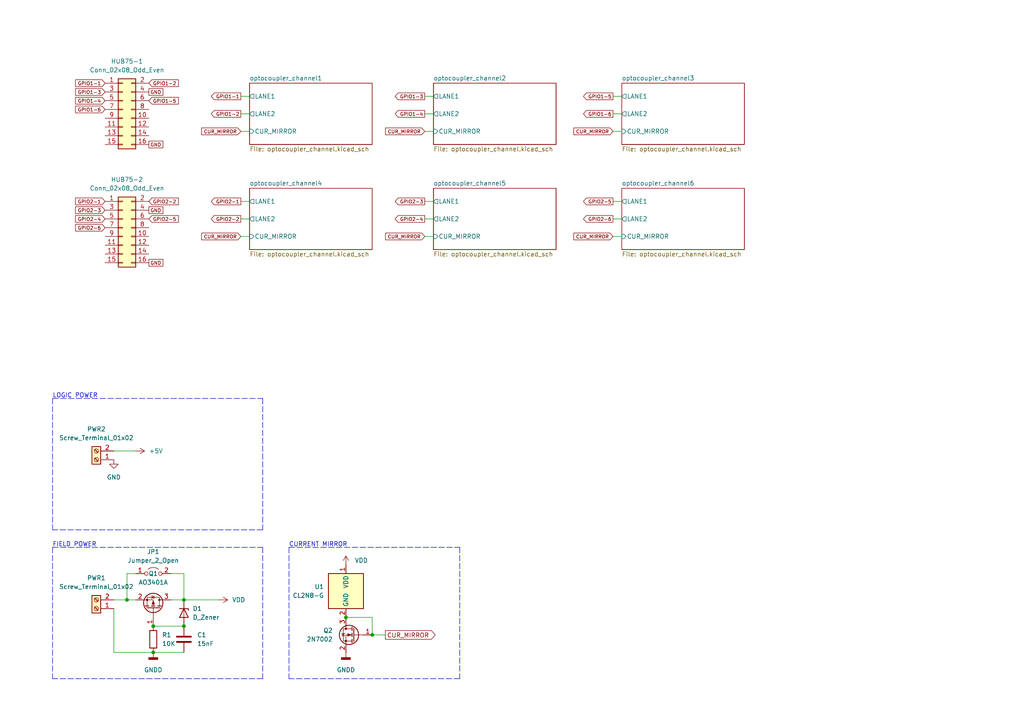
<source format=kicad_sch>
(kicad_sch (version 20211123) (generator eeschema)
  (paper "A4")
  (lib_symbols
    (symbol "Connector:Screw_Terminal_01x02" (pin_names (offset 1.016) hide)
      (property "Reference" "J" (at 0 2.54 0))
      (property "Value" "Screw_Terminal_01x02" (at 0 -5.08 0))
      (symbol "Screw_Terminal_01x02_1_1"
        (rectangle (start -1.27 1.27) (end 1.27 -3.81) (stroke (width 0.254)) (fill (type background)))
        (circle (center 0 -2.54) (radius 0.635) (stroke (width 0.1524)))
        (polyline (pts (xy -0.5334 -2.2098) (xy 0.3302 -3.048)) (stroke (width 0.1524)))
        (polyline (pts (xy -0.5334 0.3302) (xy 0.3302 -0.508)) (stroke (width 0.1524)))
        (polyline (pts (xy -0.3556 -2.032) (xy 0.508 -2.8702)) (stroke (width 0.1524)))
        (polyline (pts (xy -0.3556 0.508) (xy 0.508 -0.3302)) (stroke (width 0.1524)))
        (circle (center 0 0) (radius 0.635) (stroke (width 0.1524)))
        (pin passive line (at -5.08 0 0) (length 3.81) (name "Pin_1") (number "1"))
        (pin passive line (at -5.08 -2.54 0) (length 3.81) (name "Pin_2") (number "2"))
      )
    )
    (symbol "Connector_Generic:Conn_02x08_Odd_Even" (pin_names (offset 1.016) hide)
      (property "Reference" "J" (at 1.27 10.16 0))
      (property "Value" "Conn_02x08_Odd_Even" (at 1.27 -12.7 0))
      (symbol "Conn_02x08_Odd_Even_1_1"
        (rectangle (start -1.27 -10.033) (end 0 -10.287) (stroke (width 0.1524)))
        (rectangle (start -1.27 -7.493) (end 0 -7.747) (stroke (width 0.1524)))
        (rectangle (start -1.27 -4.953) (end 0 -5.207) (stroke (width 0.1524)))
        (rectangle (start -1.27 -2.413) (end 0 -2.667) (stroke (width 0.1524)))
        (rectangle (start -1.27 0.127) (end 0 -0.127) (stroke (width 0.1524)))
        (rectangle (start -1.27 2.667) (end 0 2.413) (stroke (width 0.1524)))
        (rectangle (start -1.27 5.207) (end 0 4.953) (stroke (width 0.1524)))
        (rectangle (start -1.27 7.747) (end 0 7.493) (stroke (width 0.1524)))
        (rectangle (start -1.27 8.89) (end 3.81 -11.43) (stroke (width 0.254)) (fill (type background)))
        (rectangle (start 3.81 -10.033) (end 2.54 -10.287) (stroke (width 0.1524)))
        (rectangle (start 3.81 -7.493) (end 2.54 -7.747) (stroke (width 0.1524)))
        (rectangle (start 3.81 -4.953) (end 2.54 -5.207) (stroke (width 0.1524)))
        (rectangle (start 3.81 -2.413) (end 2.54 -2.667) (stroke (width 0.1524)))
        (rectangle (start 3.81 0.127) (end 2.54 -0.127) (stroke (width 0.1524)))
        (rectangle (start 3.81 2.667) (end 2.54 2.413) (stroke (width 0.1524)))
        (rectangle (start 3.81 5.207) (end 2.54 4.953) (stroke (width 0.1524)))
        (rectangle (start 3.81 7.747) (end 2.54 7.493) (stroke (width 0.1524)))
        (pin passive line (at -5.08 7.62 0) (length 3.81) (name "Pin_1") (number "1"))
        (pin passive line (at 7.62 -2.54 180) (length 3.81) (name "Pin_10") (number "10"))
        (pin passive line (at -5.08 -5.08 0) (length 3.81) (name "Pin_11") (number "11"))
        (pin passive line (at 7.62 -5.08 180) (length 3.81) (name "Pin_12") (number "12"))
        (pin passive line (at -5.08 -7.62 0) (length 3.81) (name "Pin_13") (number "13"))
        (pin passive line (at 7.62 -7.62 180) (length 3.81) (name "Pin_14") (number "14"))
        (pin passive line (at -5.08 -10.16 0) (length 3.81) (name "Pin_15") (number "15"))
        (pin passive line (at 7.62 -10.16 180) (length 3.81) (name "Pin_16") (number "16"))
        (pin passive line (at 7.62 7.62 180) (length 3.81) (name "Pin_2") (number "2"))
        (pin passive line (at -5.08 5.08 0) (length 3.81) (name "Pin_3") (number "3"))
        (pin passive line (at 7.62 5.08 180) (length 3.81) (name "Pin_4") (number "4"))
        (pin passive line (at -5.08 2.54 0) (length 3.81) (name "Pin_5") (number "5"))
        (pin passive line (at 7.62 2.54 180) (length 3.81) (name "Pin_6") (number "6"))
        (pin passive line (at -5.08 0 0) (length 3.81) (name "Pin_7") (number "7"))
        (pin passive line (at 7.62 0 180) (length 3.81) (name "Pin_8") (number "8"))
        (pin passive line (at -5.08 -2.54 0) (length 3.81) (name "Pin_9") (number "9"))
      )
    )
    (symbol "Device:C" (pin_numbers hide) (pin_names (offset 0.254))
      (property "Reference" "C" (at 0.635 2.54 0))
      (property "Value" "C" (at 0.635 -2.54 0))
      (symbol "C_0_1"
        (polyline (pts (xy -2.032 -0.762) (xy 2.032 -0.762)) (stroke (width 0.508)))
        (polyline (pts (xy -2.032 0.762) (xy 2.032 0.762)) (stroke (width 0.508)))
      )
      (symbol "C_1_1"
        (pin passive line (at 0 3.81 270) (length 2.794) (name "~") (number "1"))
        (pin passive line (at 0 -3.81 90) (length 2.794) (name "~") (number "2"))
      )
    )
    (symbol "Device:D_Zener" (pin_numbers hide) (pin_names (offset 1.016) hide)
      (property "Reference" "D" (at 0 2.54 0))
      (property "Value" "D_Zener" (at 0 -2.54 0))
      (symbol "D_Zener_0_1"
        (polyline (pts (xy 1.27 0) (xy -1.27 0)))
        (polyline (pts (xy -1.27 -1.27) (xy -1.27 1.27) (xy -0.762 1.27)) (stroke (width 0.254)))
        (polyline (pts (xy 1.27 -1.27) (xy 1.27 1.27) (xy -1.27 0) (xy 1.27 -1.27)) (stroke (width 0.254)))
      )
      (symbol "D_Zener_1_1"
        (pin passive line (at -3.81 0 0) (length 2.54) (name "K") (number "1"))
        (pin passive line (at 3.81 0 180) (length 2.54) (name "A") (number "2"))
      )
    )
    (symbol "Device:R" (pin_numbers hide) (pin_names (offset 0))
      (property "Reference" "R" (at 2.032 0 90))
      (property "Value" "R" (at 0 0 90))
      (symbol "R_0_1"
        (rectangle (start -1.016 -2.54) (end 1.016 2.54) (stroke (width 0.254)))
      )
      (symbol "R_1_1"
        (pin passive line (at 0 3.81 270) (length 1.27) (name "~") (number "1"))
        (pin passive line (at 0 -3.81 90) (length 1.27) (name "~") (number "2"))
      )
    )
    (symbol "Driver_LED:HV9921N8-G"
      (property "Reference" "U2" (at -6.35 1.2701 0))
      (property "Value" "HV9921N8-G" (at -6.35 -1.2699 0))
      (symbol "HV9921N8-G_0_1"
        (rectangle (start -5.08 5.08) (end 5.08 -5.08) (stroke (width 0.254)) (fill (type background)))
      )
      (symbol "HV9921N8-G_1_1"
        (pin output line (at 0 7.62 270) (length 2.54) (name "VDD") (number "1"))
        (pin power_in line (at 0 -7.62 90) (length 2.54) (name "GND") (number "2"))
      )
    )
    (symbol "Jumper:Jumper_2_Open" (pin_names (offset 0) hide)
      (property "Reference" "JP" (at 0 2.794 0))
      (property "Value" "Jumper_2_Open" (at 0 -2.286 0))
      (symbol "Jumper_2_Open_0_0"
        (circle (center -2.032 0) (radius 0.508))
        (circle (center 2.032 0) (radius 0.508))
      )
      (symbol "Jumper_2_Open_0_1"
        (arc (start 1.524 1.27) (mid 0 1.778) (end -1.524 1.27))
      )
      (symbol "Jumper_2_Open_1_1"
        (pin passive line (at -5.08 0 0) (length 2.54) (name "A") (number "1"))
        (pin passive line (at 5.08 0 180) (length 2.54) (name "B") (number "2"))
      )
    )
    (symbol "Transistor_FET:2N7002" (pin_names hide)
      (property "Reference" "Q" (at 5.08 1.905 0))
      (property "Value" "2N7002" (at 5.08 0 0))
      (symbol "2N7002_0_1"
        (polyline (pts (xy 0.254 0) (xy -2.54 0)))
        (polyline (pts (xy 0.254 1.905) (xy 0.254 -1.905)) (stroke (width 0.254)))
        (polyline (pts (xy 0.762 -1.27) (xy 0.762 -2.286)) (stroke (width 0.254)))
        (polyline (pts (xy 0.762 0.508) (xy 0.762 -0.508)) (stroke (width 0.254)))
        (polyline (pts (xy 0.762 2.286) (xy 0.762 1.27)) (stroke (width 0.254)))
        (polyline (pts (xy 2.54 2.54) (xy 2.54 1.778)))
        (polyline (pts (xy 2.54 -2.54) (xy 2.54 0) (xy 0.762 0)))
        (polyline (pts (xy 0.762 -1.778) (xy 3.302 -1.778) (xy 3.302 1.778) (xy 0.762 1.778)))
        (polyline (pts (xy 1.016 0) (xy 2.032 0.381) (xy 2.032 -0.381) (xy 1.016 0)) (fill (type outline)))
        (polyline (pts (xy 2.794 0.508) (xy 2.921 0.381) (xy 3.683 0.381) (xy 3.81 0.254)))
        (polyline (pts (xy 3.302 0.381) (xy 2.921 -0.254) (xy 3.683 -0.254) (xy 3.302 0.381)))
        (circle (center 1.651 0) (radius 2.794) (stroke (width 0.254)))
        (circle (center 2.54 -1.778) (radius 0.254) (fill (type outline)))
        (circle (center 2.54 1.778) (radius 0.254) (fill (type outline)))
      )
      (symbol "2N7002_1_1"
        (pin input line (at -5.08 0 0) (length 2.54) (name "G") (number "1"))
        (pin passive line (at 2.54 -5.08 90) (length 2.54) (name "S") (number "2"))
        (pin passive line (at 2.54 5.08 270) (length 2.54) (name "D") (number "3"))
      )
    )
    (symbol "Transistor_FET:AO3401A" (pin_names hide)
      (property "Reference" "Q" (at 5.08 1.905 0))
      (property "Value" "AO3401A" (at 5.08 0 0))
      (symbol "AO3401A_0_1"
        (polyline (pts (xy 0.254 0) (xy -2.54 0)))
        (polyline (pts (xy 0.254 1.905) (xy 0.254 -1.905)) (stroke (width 0.254)))
        (polyline (pts (xy 0.762 -1.27) (xy 0.762 -2.286)) (stroke (width 0.254)))
        (polyline (pts (xy 0.762 0.508) (xy 0.762 -0.508)) (stroke (width 0.254)))
        (polyline (pts (xy 0.762 2.286) (xy 0.762 1.27)) (stroke (width 0.254)))
        (polyline (pts (xy 2.54 2.54) (xy 2.54 1.778)))
        (polyline (pts (xy 2.54 -2.54) (xy 2.54 0) (xy 0.762 0)))
        (polyline (pts (xy 0.762 1.778) (xy 3.302 1.778) (xy 3.302 -1.778) (xy 0.762 -1.778)))
        (polyline (pts (xy 2.286 0) (xy 1.27 0.381) (xy 1.27 -0.381) (xy 2.286 0)) (fill (type outline)))
        (polyline (pts (xy 2.794 -0.508) (xy 2.921 -0.381) (xy 3.683 -0.381) (xy 3.81 -0.254)))
        (polyline (pts (xy 3.302 -0.381) (xy 2.921 0.254) (xy 3.683 0.254) (xy 3.302 -0.381)))
        (circle (center 1.651 0) (radius 2.794) (stroke (width 0.254)))
        (circle (center 2.54 -1.778) (radius 0.254) (fill (type outline)))
        (circle (center 2.54 1.778) (radius 0.254) (fill (type outline)))
      )
      (symbol "AO3401A_1_1"
        (pin input line (at -5.08 0 0) (length 2.54) (name "G") (number "1"))
        (pin passive line (at 2.54 -5.08 90) (length 2.54) (name "S") (number "2"))
        (pin passive line (at 2.54 5.08 270) (length 2.54) (name "D") (number "3"))
      )
    )
    (symbol "power:+5V" (power) (pin_names (offset 0))
      (property "Value" "+5V" (at 0 3.556 0))
      (symbol "+5V_0_1"
        (polyline (pts (xy -0.762 1.27) (xy 0 2.54)))
        (polyline (pts (xy 0 0) (xy 0 2.54)))
        (polyline (pts (xy 0 2.54) (xy 0.762 1.27)))
      )
      (symbol "+5V_1_1"
        (pin power_in line (at 0 0 90) (length 0) hide (name "+5V") (number "1"))
      )
    )
    (symbol "power:GND" (power) (pin_names (offset 0))
      (property "Value" "GND" (at 0 -3.81 0))
      (symbol "GND_0_1"
        (polyline (pts (xy 0 0) (xy 0 -1.27) (xy 1.27 -1.27) (xy 0 -2.54) (xy -1.27 -1.27) (xy 0 -1.27)))
      )
      (symbol "GND_1_1"
        (pin power_in line (at 0 0 270) (length 0) hide (name "GND") (number "1"))
      )
    )
    (symbol "power:GNDD" (power) (pin_names (offset 0))
      (property "Value" "GNDD" (at 0 -3.175 0))
      (symbol "GNDD_0_1"
        (rectangle (start -1.27 -1.524) (end 1.27 -2.032) (stroke (width 0.254)) (fill (type outline)))
        (polyline (pts (xy 0 0) (xy 0 -1.524)))
      )
      (symbol "GNDD_1_1"
        (pin power_in line (at 0 0 270) (length 0) hide (name "GNDD") (number "1"))
      )
    )
    (symbol "power:VDD" (power) (pin_names (offset 0))
      (property "Value" "VDD" (at 0 3.81 0))
      (symbol "VDD_0_1"
        (polyline (pts (xy -0.762 1.27) (xy 0 2.54)))
        (polyline (pts (xy 0 0) (xy 0 2.54)))
        (polyline (pts (xy 0 2.54) (xy 0.762 1.27)))
      )
      (symbol "VDD_1_1"
        (pin power_in line (at 0 0 90) (length 0) hide (name "VDD") (number "1"))
      )
    )
  )
  (junction (at 53.34 181.61))
  (junction (at 107.95 184.15))
  (junction (at 36.83 173.99))
  (junction (at 44.45 189.23))
  (junction (at 100.33 179.07))
  (junction (at 53.34 173.99))
  (junction (at 44.45 181.61))
  (wire (pts (xy 49.53 173.99) (xy 53.34 173.99)))
  (wire (pts (xy 53.34 173.99) (xy 63.5 173.99)))
  (polyline (pts (xy 15.24 115.57) (xy 76.2 115.57)))
  (wire (pts (xy 44.45 181.61) (xy 53.34 181.61)))
  (wire (pts (xy 33.02 130.81) (xy 39.37 130.81)))
  (wire (pts (xy 100.33 179.07) (xy 107.95 179.07)))
  (polyline (pts (xy 76.2 153.67) (xy 15.24 153.67)))
  (wire (pts (xy 69.85 58.42) (xy 72.39 58.42)))
  (wire (pts (xy 177.8 63.5) (xy 180.34 63.5)))
  (polyline (pts (xy 76.2 115.57) (xy 76.2 153.67)))
  (polyline (pts (xy 83.82 158.75) (xy 133.35 158.75)))
  (wire (pts (xy 123.19 68.58) (xy 125.73 68.58)))
  (wire (pts (xy 69.85 63.5) (xy 72.39 63.5)))
  (polyline (pts (xy 76.2 196.85) (xy 15.24 196.85)))
  (polyline (pts (xy 15.24 158.75) (xy 15.24 196.85)))
  (wire (pts (xy 69.85 27.94) (xy 72.39 27.94)))
  (polyline (pts (xy 76.2 158.75) (xy 76.2 196.85)))
  (wire (pts (xy 177.8 68.58) (xy 180.34 68.58)))
  (wire (pts (xy 53.34 166.37) (xy 53.34 173.99)))
  (polyline (pts (xy 83.82 158.75) (xy 83.82 196.85)))
  (wire (pts (xy 33.02 176.53) (xy 33.02 189.23)))
  (wire (pts (xy 123.19 33.02) (xy 125.73 33.02)))
  (wire (pts (xy 49.53 166.37) (xy 53.34 166.37)))
  (polyline (pts (xy 133.35 158.75) (xy 133.35 196.85)))
  (wire (pts (xy 107.95 184.15) (xy 111.76 184.15)))
  (wire (pts (xy 177.8 27.94) (xy 180.34 27.94)))
  (wire (pts (xy 177.8 58.42) (xy 180.34 58.42)))
  (wire (pts (xy 33.02 189.23) (xy 44.45 189.23)))
  (wire (pts (xy 123.19 38.1) (xy 125.73 38.1)))
  (wire (pts (xy 39.37 166.37) (xy 36.83 166.37)))
  (wire (pts (xy 123.19 63.5) (xy 125.73 63.5)))
  (wire (pts (xy 177.8 33.02) (xy 180.34 33.02)))
  (wire (pts (xy 69.85 68.58) (xy 72.39 68.58)))
  (wire (pts (xy 69.85 33.02) (xy 72.39 33.02)))
  (polyline (pts (xy 133.35 196.85) (xy 83.82 196.85)))
  (polyline (pts (xy 15.24 115.57) (xy 15.24 153.67)))
  (wire (pts (xy 123.19 27.94) (xy 125.73 27.94)))
  (wire (pts (xy 69.85 38.1) (xy 72.39 38.1)))
  (wire (pts (xy 36.83 173.99) (xy 39.37 173.99)))
  (wire (pts (xy 44.45 189.23) (xy 53.34 189.23)))
  (wire (pts (xy 123.19 58.42) (xy 125.73 58.42)))
  (wire (pts (xy 33.02 173.99) (xy 36.83 173.99)))
  (wire (pts (xy 177.8 38.1) (xy 180.34 38.1)))
  (wire (pts (xy 36.83 166.37) (xy 36.83 173.99)))
  (polyline (pts (xy 15.24 158.75) (xy 76.2 158.75)))
  (wire (pts (xy 107.95 179.07) (xy 107.95 184.15)))
  (text "FIELD POWER" (at 15.24 158.75 0) (effects (font (size 1.27 1.27)) (justify left bottom)))
  (text "LOGIC POWER" (at 15.24 115.57 0) (effects (font (size 1.27 1.27)) (justify left bottom)))
  (text "CURRENT MIRROR" (at 83.82 158.75 0) (effects (font (size 1.27 1.27)) (justify left bottom)))
  (global_label "GPIO2-4" (shape output) (at 123.19 63.5 180) (effects (font (size 1 1))) (property "Intersheet References" "${INTERSHEET_REFS}" (effects hide)))
  (global_label "GPIO2-3" (shape output) (at 123.19 58.42 180) (effects (font (size 1 1))) (property "Intersheet References" "${INTERSHEET_REFS}" (effects hide)))
  (global_label "GPIO1-1" (shape input) (at 30.48 24.13 180) (effects (font (size 1 1))) (property "Intersheet References" "${INTERSHEET_REFS}" (effects hide)))
  (global_label "CUR_MIRROR" (shape input) (at 69.85 68.58 180) (effects (font (size 1 1))) (property "Intersheet References" "${INTERSHEET_REFS}" (effects hide)))
  (global_label "GPIO2-5" (shape input) (at 43.18 63.5 0) (effects (font (size 1 1))) (property "Intersheet References" "${INTERSHEET_REFS}" (effects hide)))
  (global_label "GPIO1-4" (shape output) (at 123.19 33.02 180) (effects (font (size 1 1))) (property "Intersheet References" "${INTERSHEET_REFS}" (effects hide)))
  (global_label "GPIO1-6" (shape input) (at 30.48 31.75 180) (effects (font (size 1 1))) (property "Intersheet References" "${INTERSHEET_REFS}" (effects hide)))
  (global_label "GND" (shape passive) (at 43.18 26.67 0) (effects (font (size 1 1))) (property "Intersheet References" "${INTERSHEET_REFS}" (effects hide)))
  (global_label "CUR_MIRROR" (shape input) (at 123.19 38.1 180) (effects (font (size 1 1))) (property "Intersheet References" "${INTERSHEET_REFS}" (effects hide)))
  (global_label "CUR_MIRROR" (shape input) (at 123.19 68.58 180) (effects (font (size 1 1))) (property "Intersheet References" "${INTERSHEET_REFS}" (effects hide)))
  (global_label "GND" (shape passive) (at 43.18 41.91 0) (effects (font (size 1 1))) (property "Intersheet References" "${INTERSHEET_REFS}" (effects hide)))
  (global_label "GPIO1-1" (shape output) (at 69.85 27.94 180) (effects (font (size 1 1))) (property "Intersheet References" "${INTERSHEET_REFS}" (effects hide)))
  (global_label "GPIO2-5" (shape output) (at 177.8 58.42 180) (effects (font (size 1 1))) (property "Intersheet References" "${INTERSHEET_REFS}" (effects hide)))
  (global_label "GPIO1-2" (shape input) (at 43.18 24.13 0) (effects (font (size 1 1))) (property "Intersheet References" "${INTERSHEET_REFS}" (effects hide)))
  (global_label "GPIO1-5" (shape input) (at 43.18 29.21 0) (effects (font (size 1 1))) (property "Intersheet References" "${INTERSHEET_REFS}" (effects hide)))
  (global_label "GPIO1-3" (shape input) (at 30.48 26.67 180) (effects (font (size 1 1))) (property "Intersheet References" "${INTERSHEET_REFS}" (effects hide)))
  (global_label "CUR_MIRROR" (shape input) (at 69.85 38.1 180) (effects (font (size 1 1))) (property "Intersheet References" "${INTERSHEET_REFS}" (effects hide)))
  (global_label "GPIO2-2" (shape input) (at 43.18 58.42 0) (effects (font (size 1 1))) (property "Intersheet References" "${INTERSHEET_REFS}" (effects hide)))
  (global_label "CUR_MIRROR" (shape output) (at 111.76 184.15 0) (property "Intersheet References" "${INTERSHEET_REFS}" (effects hide)))
  (global_label "CUR_MIRROR" (shape input) (at 177.8 38.1 180) (effects (font (size 1 1))) (property "Intersheet References" "${INTERSHEET_REFS}" (effects hide)))
  (global_label "GPIO2-4" (shape input) (at 30.48 63.5 180) (effects (font (size 1 1))) (property "Intersheet References" "${INTERSHEET_REFS}" (effects hide)))
  (global_label "CUR_MIRROR" (shape input) (at 177.8 68.58 180) (effects (font (size 1 1))) (property "Intersheet References" "${INTERSHEET_REFS}" (effects hide)))
  (global_label "GPIO1-6" (shape output) (at 177.8 33.02 180) (effects (font (size 1 1))) (property "Intersheet References" "${INTERSHEET_REFS}" (effects hide)))
  (global_label "GPIO2-1" (shape output) (at 69.85 58.42 180) (effects (font (size 1 1))) (property "Intersheet References" "${INTERSHEET_REFS}" (effects hide)))
  (global_label "GPIO1-3" (shape output) (at 123.19 27.94 180) (effects (font (size 1 1))) (property "Intersheet References" "${INTERSHEET_REFS}" (effects hide)))
  (global_label "GPIO2-2" (shape output) (at 69.85 63.5 180) (effects (font (size 1 1))) (property "Intersheet References" "${INTERSHEET_REFS}" (effects hide)))
  (global_label "GPIO1-5" (shape output) (at 177.8 27.94 180) (effects (font (size 1 1))) (property "Intersheet References" "${INTERSHEET_REFS}" (effects hide)))
  (global_label "GPIO1-4" (shape input) (at 30.48 29.21 180) (effects (font (size 1 1))) (property "Intersheet References" "${INTERSHEET_REFS}" (effects hide)))
  (global_label "GPIO2-6" (shape output) (at 177.8 63.5 180) (effects (font (size 1 1))) (property "Intersheet References" "${INTERSHEET_REFS}" (effects hide)))
  (global_label "GND" (shape passive) (at 43.18 76.2 0) (effects (font (size 1 1))) (property "Intersheet References" "${INTERSHEET_REFS}" (effects hide)))
  (global_label "GND" (shape passive) (at 43.18 60.96 0) (effects (font (size 1 1))) (property "Intersheet References" "${INTERSHEET_REFS}" (effects hide)))
  (global_label "GPIO1-2" (shape output) (at 69.85 33.02 180) (effects (font (size 1 1))) (property "Intersheet References" "${INTERSHEET_REFS}" (effects hide)))
  (global_label "GPIO2-6" (shape input) (at 30.48 66.04 180) (effects (font (size 1 1))) (property "Intersheet References" "${INTERSHEET_REFS}" (effects hide)))
  (global_label "GPIO2-3" (shape input) (at 30.48 60.96 180) (effects (font (size 1 1))) (property "Intersheet References" "${INTERSHEET_REFS}" (effects hide)))
  (global_label "GPIO2-1" (shape input) (at 30.48 58.42 180) (effects (font (size 1 1))) (property "Intersheet References" "${INTERSHEET_REFS}" (effects hide)))
  (symbol (lib_id "Device:R") (at 44.45 185.42 0) (unit 1)
    (property "Reference" "R1" (at 46.99 184.1499 0) (effects (justify left)))
    (property "Value" "10K" (at 46.99 186.6899 0) (effects (justify left)))
    (property "Footprint" "Resistor_SMD:R_1206_3216Metric_Pad1.30x1.75mm_HandSolder" (effects hide))
  )
  (symbol (lib_id "Jumper:Jumper_2_Open") (at 44.45 166.37 0) (unit 1)
    (property "Reference" "JP1" (at 44.45 160.02 0))
    (property "Value" "Jumper_2_Open" (at 44.45 162.56 0))
    (property "Footprint" "Jumper:SolderJumper-2_P1.3mm_Open_TrianglePad1.0x1.5mm" (effects hide))
  )
  (symbol (lib_id "power:GND") (at 33.02 133.35 0) (unit 1)
    (property "Reference" "#PWR0113" (effects hide))
    (property "Value" "GND" (at 33.02 138.43 0))
  )
  (symbol (lib_id "Connector_Generic:Conn_02x08_Odd_Even") (at 35.56 66.04 0) (unit 1)
    (property "Reference" "HUB75-2" (at 36.83 52.07 0))
    (property "Value" "Conn_02x08_Odd_Even" (at 36.83 54.61 0))
    (property "Footprint" "Connector_IDC:IDC-Header_2x08_P2.54mm_Vertical" (effects hide))
  )
  (symbol (lib_id "Driver_LED:HV9921N8-G") (at 100.33 171.45 0) (unit 1)
    (property "Reference" "U1" (at 93.98 170.1799 0) (effects (justify right)))
    (property "Value" "CL2N8-G" (at 93.98 172.7199 0) (effects (justify right)))
    (property "Footprint" "Package_TO_SOT_SMD:SOT-89-3" (effects hide))
    (property "Datasheet" "https://cdn-reichelt.de/documents/datenblatt/A200/CL2_DS.pdf" (effects hide))
  )
  (symbol (lib_id "Device:D_Zener") (at 53.34 177.8 270) (unit 1)
    (property "Reference" "D1" (at 55.88 176.5299 90) (effects (justify left)))
    (property "Value" "D_Zener" (at 55.88 179.0699 90) (effects (justify left)))
    (property "Footprint" "Diode_SMD:D_SOT-23_ANK" (effects hide))
  )
  (symbol (lib_id "power:VDD") (at 100.33 163.83 0) (unit 1)
    (property "Reference" "#PWR01" (effects hide))
    (property "Value" "VDD" (at 102.87 162.5599 0) (effects (justify left)))
  )
  (symbol (lib_id "power:+5V") (at 39.37 130.81 270) (unit 1)
    (property "Reference" "#PWR0114" (effects hide))
    (property "Value" "+5V" (at 43.18 130.8099 90) (effects (justify left)))
  )
  (symbol (lib_id "power:GNDD") (at 44.45 189.23 0) (unit 1)
    (property "Reference" "#PWR03" (effects hide))
    (property "Value" "GNDD" (at 44.45 194.31 0))
  )
  (symbol (lib_id "Connector:Screw_Terminal_01x02") (at 27.94 176.53 180) (unit 1)
    (property "Reference" "PWR1" (at 27.94 167.64 0))
    (property "Value" "Screw_Terminal_01x02" (at 27.94 170.18 0))
    (property "Footprint" "TerminalBlock_Phoenix:TerminalBlock_Phoenix_PT-1,5-2-3.5-H_1x02_P3.50mm_Horizontal" (effects hide))
  )
  (symbol (lib_id "Connector:Screw_Terminal_01x02") (at 27.94 133.35 180) (unit 1)
    (property "Reference" "PWR2" (at 27.94 124.46 0))
    (property "Value" "Screw_Terminal_01x02" (at 27.94 127 0))
    (property "Footprint" "TerminalBlock_Phoenix:TerminalBlock_Phoenix_PT-1,5-2-3.5-H_1x02_P3.50mm_Horizontal" (effects hide))
  )
  (symbol (lib_id "power:VDD") (at 63.5 173.99 270) (unit 1)
    (property "Reference" "#PWR02" (effects hide))
    (property "Value" "VDD" (at 67.31 173.9899 90) (effects (justify left)))
  )
  (symbol (lib_id "Transistor_FET:2N7002") (at 102.87 184.15 0) (mirror y) (unit 1)
    (property "Reference" "Q2" (at 96.52 182.8799 0) (effects (justify left)))
    (property "Value" "2N7002" (at 96.52 185.4199 0) (effects (justify left)))
    (property "Footprint" "Package_TO_SOT_SMD:SOT-23" (effects hide))
    (property "Datasheet" "https://www.onsemi.com/pub/Collateral/NDS7002A-D.PDF" (effects hide))
  )
  (symbol (lib_id "Device:C") (at 53.34 185.42 0) (unit 1)
    (property "Reference" "C1" (at 57.15 184.1499 0) (effects (justify left)))
    (property "Value" "15nF" (at 57.15 186.6899 0) (effects (justify left)))
    (property "Footprint" "Capacitor_SMD:C_1206_3216Metric_Pad1.33x1.80mm_HandSolder" (effects hide))
  )
  (symbol (lib_id "Connector_Generic:Conn_02x08_Odd_Even") (at 35.56 31.75 0) (unit 1)
    (property "Reference" "HUB75-1" (at 36.83 17.78 0))
    (property "Value" "Conn_02x08_Odd_Even" (at 36.83 20.32 0))
    (property "Footprint" "Connector_IDC:IDC-Header_2x08_P2.54mm_Vertical" (effects hide))
  )
  (symbol (lib_id "power:GNDD") (at 100.33 189.23 0) (unit 1)
    (property "Reference" "#PWR04" (effects hide))
    (property "Value" "GNDD" (at 100.33 194.31 0))
  )
  (symbol (lib_id "Transistor_FET:AO3401A") (at 44.45 176.53 270) (mirror x) (unit 1)
    (property "Reference" "Q1" (at 44.45 166.37 90))
    (property "Value" "AO3401A" (at 44.45 168.91 90))
    (property "Footprint" "Package_TO_SOT_SMD:SOT-23" (effects hide))
    (property "Datasheet" "http://www.aosmd.com/pdfs/datasheet/AO3401A.pdf" (effects hide))
  )
  (sheet (at 125.73 24.13) (size 35.56 17.78) (stroke (width 0.1524))
    (property "Sheet name" "optocoupler_channel2" (at 125.73 23.4184 0) (effects (justify left bottom)))
    (property "Sheet file" "optocoupler_channel.kicad_sch" (at 125.73 42.4946 0) (effects (justify left top)))
    (pin "CUR_MIRROR" input (at 125.73 38.1 180))
    (pin "LANE1" output (at 125.73 27.94 180))
    (pin "LANE2" output (at 125.73 33.02 180))
  )
  (sheet (at 72.39 24.13) (size 35.56 17.78) (stroke (width 0.1524))
    (property "Sheet name" "optocoupler_channel1" (at 72.39 23.4184 0) (effects (justify left bottom)))
    (property "Sheet file" "optocoupler_channel.kicad_sch" (at 72.39 42.4946 0) (effects (justify left top)))
    (pin "CUR_MIRROR" input (at 72.39 38.1 180))
    (pin "LANE1" output (at 72.39 27.94 180))
    (pin "LANE2" output (at 72.39 33.02 180))
  )
  (sheet (at 180.34 54.61) (size 35.56 17.78) (stroke (width 0.1524))
    (property "Sheet name" "optocoupler_channel6" (at 180.34 53.8984 0) (effects (justify left bottom)))
    (property "Sheet file" "optocoupler_channel.kicad_sch" (at 180.34 72.9746 0) (effects (justify left top)))
    (pin "CUR_MIRROR" input (at 180.34 68.58 180))
    (pin "LANE1" output (at 180.34 58.42 180))
    (pin "LANE2" output (at 180.34 63.5 180))
  )
  (sheet (at 180.34 24.13) (size 35.56 17.78) (stroke (width 0.1524))
    (property "Sheet name" "optocoupler_channel3" (at 180.34 23.4184 0) (effects (justify left bottom)))
    (property "Sheet file" "optocoupler_channel.kicad_sch" (at 180.34 42.4946 0) (effects (justify left top)))
    (pin "CUR_MIRROR" input (at 180.34 38.1 180))
    (pin "LANE1" output (at 180.34 27.94 180))
    (pin "LANE2" output (at 180.34 33.02 180))
  )
  (sheet (at 125.73 54.61) (size 35.56 17.78) (stroke (width 0.1524))
    (property "Sheet name" "optocoupler_channel5" (at 125.73 53.8984 0) (effects (justify left bottom)))
    (property "Sheet file" "optocoupler_channel.kicad_sch" (at 125.73 72.9746 0) (effects (justify left top)))
    (pin "CUR_MIRROR" input (at 125.73 68.58 180))
    (pin "LANE1" output (at 125.73 58.42 180))
    (pin "LANE2" output (at 125.73 63.5 180))
  )
  (sheet (at 72.39 54.61) (size 35.56 17.78) (stroke (width 0.1524))
    (property "Sheet name" "optocoupler_channel4" (at 72.39 53.8984 0) (effects (justify left bottom)))
    (property "Sheet file" "optocoupler_channel.kicad_sch" (at 72.39 72.9746 0) (effects (justify left top)))
    (pin "CUR_MIRROR" input (at 72.39 68.58 180))
    (pin "LANE1" output (at 72.39 58.42 180))
    (pin "LANE2" output (at 72.39 63.5 180))
  )
)
</source>
